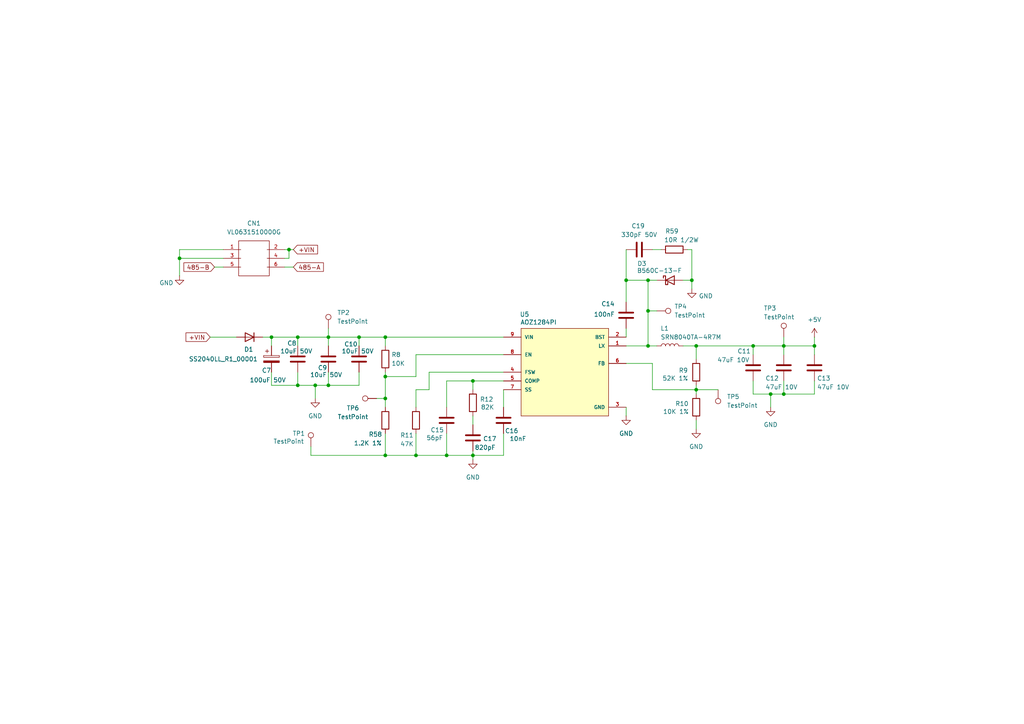
<source format=kicad_sch>
(kicad_sch (version 20231120) (generator "eeschema") (generator_version "8.0")
  (paper "A4")
  (title_block (title "Power supply"))
  (lib_symbols
    (symbol "Connector:TestPoint" (pin_numbers hide) (pin_names (offset 0.762) hide)
      (property "Reference" "TP" (at 0 6.858 0))
      (property "Value" "TestPoint" (at 0 5.08 0))
      (symbol "TestPoint_0_1"
        (circle (center 0 3.302) (radius 0.762))
      )
      (symbol "TestPoint_1_1"
        (pin passive line (at 0 0 90) (length 2.54) (name "1") (number "1"))
      )
    )
    (symbol "DMUtils:AOZ1284PI" (pin_names (offset 1.016))
      (property "Reference" "U" (at -12.7 12.7 0))
      (property "Value" "AOZ1284PI" (at -12.7 -15.24 0))
      (symbol "AOZ1284PI_0_0"
        (rectangle (start -12.7 12.7) (end 12.7 -12.7) (stroke (width 0.1524)) (fill (type background)))
        (pin output line (at 17.78 7.62 180) (length 5.08) (name "LX") (number "1"))
        (pin output line (at 17.78 10.16 180) (length 5.08) (name "BST") (number "2"))
        (pin power_in line (at 17.78 -10.16 180) (length 5.08) (name "GND") (number "3"))
        (pin passive line (at -17.78 0 0) (length 5.08) (name "FSW") (number "4"))
        (pin passive line (at -17.78 -2.54 0) (length 5.08) (name "COMP") (number "5"))
        (pin input line (at 17.78 2.54 180) (length 5.08) (name "FB") (number "6"))
        (pin passive line (at -17.78 -5.08 0) (length 5.08) (name "SS") (number "7"))
        (pin input line (at -17.78 5.08 0) (length 5.08) (name "EN") (number "8"))
        (pin input line (at -17.78 10.16 0) (length 5.08) (name "VIN") (number "9"))
      )
    )
    (symbol "DMUtils:VL0631510000G"
      (property "Reference" "U" (at 0 0 0))
      (property "Value" "VL0631510000G" (at 0 -5.842 0))
      (symbol "VL0631510000G_0_1"
        (rectangle (start -4.445 6.35) (end 4.445 -3.81))
      )
      (symbol "VL0631510000G_1_0"
        (pin passive line (at -8.89 3.81 0) (length 5.08) (name "~") (number "1"))
      )
      (symbol "VL0631510000G_1_1"
        (pin passive line (at 8.89 3.81 180) (length 5.08) (name "~") (number "2"))
        (pin passive line (at -8.89 1.27 0) (length 5.08) (name "~") (number "3"))
        (pin passive line (at 8.89 1.27 180) (length 5.08) (name "~") (number "4"))
        (pin passive line (at -8.89 -1.27 0) (length 5.08) (name "~") (number "5"))
        (pin passive line (at 8.89 -1.27 180) (length 5.08) (name "~") (number "6"))
      )
    )
    (symbol "Device:C" (pin_numbers hide) (pin_names (offset 0.254))
      (property "Reference" "C" (at 0.635 2.54 0))
      (property "Value" "C" (at 0.635 -2.54 0))
      (symbol "C_0_1"
        (polyline (pts (xy -2.032 -0.762) (xy 2.032 -0.762)) (stroke (width 0.508)))
        (polyline (pts (xy -2.032 0.762) (xy 2.032 0.762)) (stroke (width 0.508)))
      )
      (symbol "C_1_1"
        (pin passive line (at 0 3.81 270) (length 2.794) (name "~") (number "1"))
        (pin passive line (at 0 -3.81 90) (length 2.794) (name "~") (number "2"))
      )
    )
    (symbol "Device:C_Polarized" (pin_numbers hide) (pin_names (offset 0.254))
      (property "Reference" "C" (at 0.635 2.54 0))
      (property "Value" "C_Polarized" (at 0.635 -2.54 0))
      (symbol "C_Polarized_0_1"
        (rectangle (start -2.286 0.508) (end 2.286 1.016))
        (polyline (pts (xy -1.778 2.286) (xy -0.762 2.286)))
        (polyline (pts (xy -1.27 2.794) (xy -1.27 1.778)))
        (rectangle (start 2.286 -0.508) (end -2.286 -1.016) (fill (type outline)))
      )
      (symbol "C_Polarized_1_1"
        (pin passive line (at 0 3.81 270) (length 2.794) (name "~") (number "1"))
        (pin passive line (at 0 -3.81 90) (length 2.794) (name "~") (number "2"))
      )
    )
    (symbol "Device:D" (pin_numbers hide) (pin_names (offset 1.016) hide)
      (property "Reference" "D" (at 0 2.54 0))
      (property "Value" "D" (at 0 -2.54 0))
      (symbol "D_0_1"
        (polyline (pts (xy -1.27 1.27) (xy -1.27 -1.27)) (stroke (width 0.254)))
        (polyline (pts (xy 1.27 0) (xy -1.27 0)))
        (polyline (pts (xy 1.27 1.27) (xy 1.27 -1.27) (xy -1.27 0) (xy 1.27 1.27)) (stroke (width 0.254)))
      )
      (symbol "D_1_1"
        (pin passive line (at -3.81 0 0) (length 2.54) (name "K") (number "1"))
        (pin passive line (at 3.81 0 180) (length 2.54) (name "A") (number "2"))
      )
    )
    (symbol "Device:D_Schottky" (pin_numbers hide) (pin_names (offset 1.016) hide)
      (property "Reference" "D" (at 0 2.54 0))
      (property "Value" "D_Schottky" (at 0 -2.54 0))
      (symbol "D_Schottky_0_1"
        (polyline (pts (xy 1.27 0) (xy -1.27 0)))
        (polyline (pts (xy 1.27 1.27) (xy 1.27 -1.27) (xy -1.27 0) (xy 1.27 1.27)) (stroke (width 0.254)))
        (polyline (pts (xy -1.905 0.635) (xy -1.905 1.27) (xy -1.27 1.27) (xy -1.27 -1.27) (xy -0.635 -1.27) (xy -0.635 -0.635)) (stroke (width 0.254)))
      )
      (symbol "D_Schottky_1_1"
        (pin passive line (at -3.81 0 0) (length 2.54) (name "K") (number "1"))
        (pin passive line (at 3.81 0 180) (length 2.54) (name "A") (number "2"))
      )
    )
    (symbol "Device:L" (pin_numbers hide) (pin_names (offset 1.016) hide)
      (property "Reference" "L" (at -1.27 0 90))
      (property "Value" "L" (at 1.905 0 90))
      (symbol "L_0_1"
        (arc (start 0 -2.54) (mid 0.6323 -1.905) (end 0 -1.27))
        (arc (start 0 -1.27) (mid 0.6323 -0.635) (end 0 0))
        (arc (start 0 0) (mid 0.6323 0.635) (end 0 1.27))
        (arc (start 0 1.27) (mid 0.6323 1.905) (end 0 2.54))
      )
      (symbol "L_1_1"
        (pin passive line (at 0 3.81 270) (length 1.27) (name "1") (number "1"))
        (pin passive line (at 0 -3.81 90) (length 1.27) (name "2") (number "2"))
      )
    )
    (symbol "Device:R" (pin_numbers hide) (pin_names (offset 0))
      (property "Reference" "R" (at 2.032 0 90))
      (property "Value" "R" (at 0 0 90))
      (symbol "R_0_1"
        (rectangle (start -1.016 -2.54) (end 1.016 2.54) (stroke (width 0.254)))
      )
      (symbol "R_1_1"
        (pin passive line (at 0 3.81 270) (length 1.27) (name "~") (number "1"))
        (pin passive line (at 0 -3.81 90) (length 1.27) (name "~") (number "2"))
      )
    )
    (symbol "power:+5V" (power) (pin_numbers hide) (pin_names (offset 0) hide)
      (property "Value" "+5V" (at 0 3.556 0))
      (symbol "+5V_0_1"
        (polyline (pts (xy -0.762 1.27) (xy 0 2.54)))
        (polyline (pts (xy 0 0) (xy 0 2.54)))
        (polyline (pts (xy 0 2.54) (xy 0.762 1.27)))
      )
      (symbol "+5V_1_1"
        (pin power_in line (at 0 0 90) (length 0) (name "~") (number "1"))
      )
    )
    (symbol "power:GND" (power) (pin_numbers hide) (pin_names (offset 0) hide)
      (property "Value" "GND" (at 0 -3.81 0))
      (symbol "GND_0_1"
        (polyline (pts (xy 0 0) (xy 0 -1.27) (xy 1.27 -1.27) (xy 0 -2.54) (xy -1.27 -1.27) (xy 0 -1.27)))
      )
      (symbol "GND_1_1"
        (pin power_in line (at 0 0 270) (length 0) (name "~") (number "1"))
      )
    )
  )
  (junction (at 187.96 100.33))
  (junction (at 187.96 81.28))
  (junction (at 200.66 81.28))
  (junction (at 129.54 132.08))
  (junction (at 78.74 97.79))
  (junction (at 86.36 111.76))
  (junction (at 181.61 81.28))
  (junction (at 95.25 111.76))
  (junction (at 52.07 74.93))
  (junction (at 137.16 110.49))
  (junction (at 83.82 72.39))
  (junction (at 111.76 115.57))
  (junction (at 223.52 114.3))
  (junction (at 86.36 97.79))
  (junction (at 187.96 90.17))
  (junction (at 227.33 114.3))
  (junction (at 120.65 132.08))
  (junction (at 201.93 113.03))
  (junction (at 137.16 132.08))
  (junction (at 111.76 132.08))
  (junction (at 218.44 100.33))
  (junction (at 236.22 100.33))
  (junction (at 227.33 100.33))
  (junction (at 91.44 111.76))
  (junction (at 111.76 97.79))
  (junction (at 111.76 109.22))
  (junction (at 95.25 97.79))
  (junction (at 201.93 100.33))
  (junction (at 104.14 97.79))
  (wire (pts (xy 111.76 125.73) (xy 111.76 132.08)))
  (wire (pts (xy 52.07 74.93) (xy 64.77 74.93)))
  (wire (pts (xy 137.16 133.35) (xy 137.16 132.08)))
  (wire (pts (xy 187.96 90.17) (xy 187.96 100.33)))
  (wire (pts (xy 200.66 81.28) (xy 198.12 81.28)))
  (wire (pts (xy 146.05 107.95) (xy 124.46 107.95)))
  (wire (pts (xy 227.33 114.3) (xy 236.22 114.3)))
  (wire (pts (xy 86.36 97.79) (xy 95.25 97.79)))
  (wire (pts (xy 227.33 102.87) (xy 227.33 100.33)))
  (wire (pts (xy 111.76 115.57) (xy 111.76 118.11)))
  (wire (pts (xy 137.16 132.08) (xy 137.16 130.81)))
  (wire (pts (xy 76.2 97.79) (xy 78.74 97.79)))
  (wire (pts (xy 200.66 83.82) (xy 200.66 81.28)))
  (wire (pts (xy 91.44 111.76) (xy 95.25 111.76)))
  (wire (pts (xy 91.44 111.76) (xy 91.44 115.57)))
  (wire (pts (xy 86.36 107.95) (xy 86.36 111.76)))
  (wire (pts (xy 109.22 115.57) (xy 111.76 115.57)))
  (wire (pts (xy 86.36 111.76) (xy 78.74 111.76)))
  (wire (pts (xy 236.22 102.87) (xy 236.22 100.33)))
  (wire (pts (xy 120.65 132.08) (xy 129.54 132.08)))
  (wire (pts (xy 78.74 97.79) (xy 86.36 97.79)))
  (wire (pts (xy 78.74 100.33) (xy 78.74 97.79)))
  (wire (pts (xy 201.93 111.76) (xy 201.93 113.03)))
  (wire (pts (xy 95.25 97.79) (xy 104.14 97.79)))
  (wire (pts (xy 189.23 105.41) (xy 189.23 113.03)))
  (wire (pts (xy 198.12 100.33) (xy 201.93 100.33)))
  (wire (pts (xy 181.61 72.39) (xy 181.61 81.28)))
  (wire (pts (xy 124.46 107.95) (xy 124.46 113.03)))
  (wire (pts (xy 82.55 74.93) (xy 83.82 74.93)))
  (wire (pts (xy 187.96 90.17) (xy 190.5 90.17)))
  (wire (pts (xy 137.16 113.03) (xy 137.16 110.49)))
  (wire (pts (xy 137.16 110.49) (xy 129.54 110.49)))
  (wire (pts (xy 201.93 100.33) (xy 201.93 104.14)))
  (wire (pts (xy 181.61 81.28) (xy 187.96 81.28)))
  (wire (pts (xy 95.25 107.95) (xy 95.25 111.76)))
  (wire (pts (xy 124.46 113.03) (xy 120.65 113.03)))
  (wire (pts (xy 90.17 132.08) (xy 111.76 132.08)))
  (wire (pts (xy 236.22 100.33) (xy 227.33 100.33)))
  (wire (pts (xy 218.44 102.87) (xy 218.44 100.33)))
  (wire (pts (xy 218.44 110.49) (xy 218.44 114.3)))
  (wire (pts (xy 120.65 125.73) (xy 120.65 132.08)))
  (wire (pts (xy 223.52 114.3) (xy 227.33 114.3)))
  (wire (pts (xy 83.82 74.93) (xy 83.82 72.39)))
  (wire (pts (xy 181.61 105.41) (xy 189.23 105.41)))
  (wire (pts (xy 78.74 111.76) (xy 78.74 107.95)))
  (wire (pts (xy 227.33 97.79) (xy 227.33 100.33)))
  (wire (pts (xy 111.76 97.79) (xy 146.05 97.79)))
  (wire (pts (xy 52.07 74.93) (xy 52.07 80.01)))
  (wire (pts (xy 62.23 77.47) (xy 64.77 77.47)))
  (wire (pts (xy 111.76 109.22) (xy 120.65 109.22)))
  (wire (pts (xy 223.52 114.3) (xy 223.52 118.11)))
  (wire (pts (xy 86.36 97.79) (xy 86.36 100.33)))
  (wire (pts (xy 111.76 97.79) (xy 111.76 100.33)))
  (wire (pts (xy 181.61 120.65) (xy 181.61 118.11)))
  (wire (pts (xy 120.65 113.03) (xy 120.65 118.11)))
  (wire (pts (xy 60.96 97.79) (xy 68.58 97.79)))
  (wire (pts (xy 201.93 100.33) (xy 218.44 100.33)))
  (wire (pts (xy 218.44 100.33) (xy 227.33 100.33)))
  (wire (pts (xy 201.93 113.03) (xy 208.28 113.03)))
  (wire (pts (xy 95.25 111.76) (xy 104.14 111.76)))
  (wire (pts (xy 111.76 132.08) (xy 120.65 132.08)))
  (wire (pts (xy 181.61 95.25) (xy 181.61 97.79)))
  (wire (pts (xy 111.76 109.22) (xy 111.76 115.57)))
  (wire (pts (xy 95.25 95.25) (xy 95.25 97.79)))
  (wire (pts (xy 227.33 110.49) (xy 227.33 114.3)))
  (wire (pts (xy 83.82 72.39) (xy 82.55 72.39)))
  (wire (pts (xy 137.16 132.08) (xy 146.05 132.08)))
  (wire (pts (xy 90.17 129.54) (xy 90.17 132.08)))
  (wire (pts (xy 201.93 113.03) (xy 201.93 114.3)))
  (wire (pts (xy 120.65 109.22) (xy 120.65 102.87)))
  (wire (pts (xy 129.54 110.49) (xy 129.54 118.11)))
  (wire (pts (xy 85.09 77.47) (xy 82.55 77.47)))
  (wire (pts (xy 111.76 107.95) (xy 111.76 109.22)))
  (wire (pts (xy 200.66 72.39) (xy 200.66 81.28)))
  (wire (pts (xy 181.61 81.28) (xy 181.61 87.63)))
  (wire (pts (xy 146.05 132.08) (xy 146.05 125.73)))
  (wire (pts (xy 137.16 120.65) (xy 137.16 123.19)))
  (wire (pts (xy 187.96 100.33) (xy 190.5 100.33)))
  (wire (pts (xy 129.54 132.08) (xy 137.16 132.08)))
  (wire (pts (xy 189.23 72.39) (xy 191.77 72.39)))
  (wire (pts (xy 137.16 110.49) (xy 146.05 110.49)))
  (wire (pts (xy 187.96 81.28) (xy 190.5 81.28)))
  (wire (pts (xy 129.54 125.73) (xy 129.54 132.08)))
  (wire (pts (xy 199.39 72.39) (xy 200.66 72.39)))
  (wire (pts (xy 85.09 72.39) (xy 83.82 72.39)))
  (wire (pts (xy 236.22 114.3) (xy 236.22 110.49)))
  (wire (pts (xy 52.07 72.39) (xy 64.77 72.39)))
  (wire (pts (xy 236.22 97.79) (xy 236.22 100.33)))
  (wire (pts (xy 201.93 121.92) (xy 201.93 124.46)))
  (wire (pts (xy 104.14 111.76) (xy 104.14 107.95)))
  (wire (pts (xy 146.05 113.03) (xy 146.05 118.11)))
  (wire (pts (xy 104.14 97.79) (xy 111.76 97.79)))
  (wire (pts (xy 223.52 114.3) (xy 218.44 114.3)))
  (wire (pts (xy 181.61 100.33) (xy 187.96 100.33)))
  (wire (pts (xy 104.14 97.79) (xy 104.14 100.33)))
  (wire (pts (xy 189.23 113.03) (xy 201.93 113.03)))
  (wire (pts (xy 52.07 74.93) (xy 52.07 72.39)))
  (wire (pts (xy 95.25 97.79) (xy 95.25 100.33)))
  (wire (pts (xy 91.44 111.76) (xy 86.36 111.76)))
  (wire (pts (xy 187.96 81.28) (xy 187.96 90.17)))
  (wire (pts (xy 120.65 102.87) (xy 146.05 102.87)))
  (global_label "+VIN" (shape input) (at 85.09 72.39 0) (property "Intersheetrefs" "${INTERSHEET_REFS}" (effects (hide yes))))
  (global_label "485-A" (shape input) (at 85.09 77.47 0) (property "Intersheetrefs" "${INTERSHEET_REFS}" (effects (hide yes))))
  (global_label "+VIN" (shape input) (at 60.96 97.79 180) (property "Intersheetrefs" "${INTERSHEET_REFS}" (effects (hide yes))))
  (global_label "485-B" (shape input) (at 62.23 77.47 180) (property "Intersheetrefs" "${INTERSHEET_REFS}" (effects (hide yes))))
  (symbol (lib_id "power:GND") (at 201.93 124.46 0) (unit 1)
    (property "Reference" "#PWR039" (effects (hide yes)))
    (property "Value" "GND" (at 201.93 129.54 0))
    (property "Description" "Power symbol creates a global label with name \"GND\" , ground" (effects (hide yes)))
  )
  (symbol (lib_id "Device:R") (at 201.93 118.11 0) (unit 1)
    (property "Reference" "R10" (at 195.834 117.094 0) (effects (justify left)))
    (property "Value" "10K 1%" (at 192.278 119.38 0) (effects (justify left)))
    (property "Footprint" "Resistor_SMD:R_0805_2012Metric" (effects (hide yes)))
    (property "Description" "Resistor" (effects (hide yes)))
  )
  (symbol (lib_id "Device:C") (at 137.16 127 180) (unit 1)
    (property "Reference" "C17" (at 144.018 127.254 0) (effects (justify left)))
    (property "Value" "820pF" (at 143.764 129.794 0) (effects (justify left)))
    (property "Footprint" "Capacitor_SMD:C_0805_2012Metric" (effects (hide yes)))
    (property "Description" "Unpolarized capacitor" (effects (hide yes)))
  )
  (symbol (lib_id "Device:R") (at 137.16 116.84 0) (unit 1)
    (property "Reference" "R12" (at 139.192 115.824 0) (effects (justify left)))
    (property "Value" "82K" (at 139.446 118.11 0) (effects (justify left)))
    (property "Footprint" "Resistor_SMD:R_0805_2012Metric" (effects (hide yes)))
    (property "Description" "Resistor" (effects (hide yes)))
  )
  (symbol (lib_id "power:GND") (at 52.07 80.01 0) (unit 1)
    (property "Reference" "#PWR045" (effects (hide yes)))
    (property "Value" "GND" (at 48.26 82.042 0))
    (property "Description" "Power symbol creates a global label with name \"GND\" , ground" (effects (hide yes)))
  )
  (symbol (lib_id "Connector:TestPoint") (at 90.17 129.54 0) (unit 1)
    (property "Reference" "TP1" (at 84.836 125.73 0) (effects (justify left)))
    (property "Value" "TestPoint" (at 79.248 128.016 0) (effects (justify left)))
    (property "Footprint" "TestPoint:TestPoint_Pad_D1.0mm" (effects (hide yes)))
    (property "Description" "test point" (effects (hide yes)))
  )
  (symbol (lib_id "Device:C_Polarized") (at 78.74 104.14 0) (unit 1)
    (property "Reference" "C7" (at 75.946 107.442 0) (effects (justify left)))
    (property "Value" "100uF 50V" (at 72.39 110.236 0) (effects (justify left)))
    (property "Footprint" "Capacitor_SMD:CP_Elec_10x12.6" (effects (hide yes)))
    (property "Description" "HSC1HM101GARE00RS103" (effects (hide yes)))
  )
  (symbol (lib_id "Device:C") (at 95.25 104.14 0) (unit 1)
    (property "Reference" "C9" (at 92.202 106.68 0) (effects (justify left)))
    (property "Value" "10uF 50V" (at 89.916 108.712 0) (effects (justify left)))
    (property "Footprint" "Capacitor_SMD:C_1206_3216Metric_Pad1.33x1.80mm_HandSolder" (effects (hide yes)))
    (property "Description" "Unpolarized capacitor" (effects (hide yes)))
  )
  (symbol (lib_id "Connector:TestPoint") (at 208.28 113.03 180) (unit 1)
    (property "Reference" "TP5" (at 210.82 115.0619 0) (effects (justify right)))
    (property "Value" "TestPoint" (at 210.82 117.6019 0) (effects (justify right)))
    (property "Footprint" "TestPoint:TestPoint_Pad_D1.0mm" (effects (hide yes)))
    (property "Description" "test point" (effects (hide yes)))
  )
  (symbol (lib_id "Device:D") (at 72.39 97.79 180) (unit 1)
    (property "Reference" "D1" (at 72.136 101.346 0))
    (property "Value" "SS2040LL_R1_00001" (at 64.77 104.14 0))
    (property "Footprint" "Diode_SMD:D_SOD-123F" (effects (hide yes)))
    (property "Description" "Diode" (effects (hide yes)))
    (property "Sim.Device" "D" (effects (hide yes)))
    (property "Sim.Pins" "1=K 2=A" (effects (hide yes)))
  )
  (symbol (lib_id "Device:C") (at 227.33 106.68 0) (unit 1)
    (property "Reference" "C12" (at 221.996 109.728 0) (effects (justify left)))
    (property "Value" "47uF 10V" (at 221.996 112.268 0) (effects (justify left)))
    (property "Footprint" "Capacitor_SMD:C_1206_3216Metric_Pad1.33x1.80mm_HandSolder" (effects (hide yes)))
    (property "Description" "Unpolarized capacitor" (effects (hide yes)))
  )
  (symbol (lib_id "Device:R") (at 111.76 104.14 0) (unit 1)
    (property "Reference" "R8" (at 113.538 102.87 0) (effects (justify left)))
    (property "Value" "10K" (at 113.538 105.41 0) (effects (justify left)))
    (property "Footprint" "Resistor_SMD:R_0805_2012Metric" (effects (hide yes)))
    (property "Description" "Resistor" (effects (hide yes)))
  )
  (symbol (lib_id "Device:R") (at 195.58 72.39 90) (unit 1)
    (property "Reference" "R59" (at 196.85 67.056 90) (effects (justify left)))
    (property "Value" "10R 1/2W" (at 202.692 69.596 90) (effects (justify left)))
    (property "Footprint" "Resistor_SMD:R_0815_2038Metric_Pad1.20x4.05mm_HandSolder" (effects (hide yes)))
    (property "Description" "Resistor" (effects (hide yes)))
  )
  (symbol (lib_id "Device:C") (at 86.36 104.14 0) (unit 1)
    (property "Reference" "C8" (at 83.312 99.568 0) (effects (justify left)))
    (property "Value" "10uF 50V" (at 81.28 101.854 0) (effects (justify left)))
    (property "Footprint" "Capacitor_SMD:C_1206_3216Metric_Pad1.33x1.80mm_HandSolder" (effects (hide yes)))
    (property "Description" "Unpolarized capacitor" (effects (hide yes)))
  )
  (symbol (lib_id "DMUtils:AOZ1284PI") (at 163.83 107.95 0) (unit 1)
    (property "Reference" "U5" (at 152.146 91.186 0))
    (property "Value" "AOZ1284PI" (at 156.21 93.472 0))
    (property "Footprint" "DMUtils:AOZ1284PI" (effects (hide yes)))
  )
  (symbol (lib_id "Device:R") (at 111.76 121.92 0) (unit 1)
    (property "Reference" "R58" (at 106.934 125.984 0) (effects (justify left)))
    (property "Value" "1.2K 1%" (at 102.616 128.524 0) (effects (justify left)))
    (property "Footprint" "Resistor_SMD:R_0805_2012Metric" (effects (hide yes)))
    (property "Description" "Resistor" (effects (hide yes)))
  )
  (symbol (lib_id "Device:C") (at 181.61 91.44 180) (unit 1)
    (property "Reference" "C14" (at 178.308 88.138 0) (effects (justify left)))
    (property "Value" "100nF" (at 178.308 91.186 0) (effects (justify left)))
    (property "Footprint" "Capacitor_SMD:C_0805_2012Metric" (effects (hide yes)))
    (property "Description" "Unpolarized capacitor" (effects (hide yes)))
  )
  (symbol (lib_id "Connector:TestPoint") (at 190.5 90.17 270) (unit 1)
    (property "Reference" "TP4" (at 195.58 88.8999 90) (effects (justify left)))
    (property "Value" "TestPoint" (at 195.58 91.4399 90) (effects (justify left)))
    (property "Footprint" "TestPoint:TestPoint_Pad_D1.0mm" (effects (hide yes)))
    (property "Description" "test point" (effects (hide yes)))
  )
  (symbol (lib_id "power:GND") (at 181.61 120.65 0) (unit 1)
    (property "Reference" "#PWR032" (effects (hide yes)))
    (property "Value" "GND" (at 181.61 125.73 0))
    (property "Description" "Power symbol creates a global label with name \"GND\" , ground" (effects (hide yes)))
  )
  (symbol (lib_id "power:GND") (at 91.44 115.57 0) (unit 1)
    (property "Reference" "#PWR036" (effects (hide yes)))
    (property "Value" "GND" (at 91.44 120.65 0))
    (property "Description" "Power symbol creates a global label with name \"GND\" , ground" (effects (hide yes)))
  )
  (symbol (lib_id "Device:D_Schottky") (at 194.31 81.28 0) (unit 1)
    (property "Reference" "D3" (at 186.182 76.454 0))
    (property "Value" "B560C-13-F" (at 191.262 78.486 0))
    (property "Footprint" "Diode_SMD:D_SMC" (effects (hide yes)))
    (property "Description" "Schottky diode" (effects (hide yes)))
  )
  (symbol (lib_id "Device:C") (at 129.54 121.92 180) (unit 1)
    (property "Reference" "C15" (at 128.778 124.714 0) (effects (justify left)))
    (property "Value" "56pF" (at 128.524 127 0) (effects (justify left)))
    (property "Footprint" "Capacitor_SMD:C_0805_2012Metric" (effects (hide yes)))
    (property "Description" "Unpolarized capacitor" (effects (hide yes)))
  )
  (symbol (lib_id "Device:C") (at 236.22 106.68 0) (unit 1)
    (property "Reference" "C13" (at 236.982 109.728 0) (effects (justify left)))
    (property "Value" "47uF 10V" (at 236.982 112.268 0) (effects (justify left)))
    (property "Footprint" "Capacitor_SMD:C_1206_3216Metric_Pad1.33x1.80mm_HandSolder" (effects (hide yes)))
    (property "Description" "Unpolarized capacitor" (effects (hide yes)))
  )
  (symbol (lib_id "Device:C") (at 146.05 121.92 180) (unit 1)
    (property "Reference" "C16" (at 150.368 124.968 0) (effects (justify left)))
    (property "Value" "10nF" (at 152.654 127.254 0) (effects (justify left)))
    (property "Footprint" "Capacitor_SMD:C_0805_2012Metric" (effects (hide yes)))
    (property "Description" "Unpolarized capacitor" (effects (hide yes)))
  )
  (symbol (lib_id "DMUtils:VL0631510000G") (at 73.66 76.2 0) (unit 1)
    (property "Reference" "CN1" (at 73.66 64.77 0))
    (property "Value" "VL0631510000G" (at 73.66 67.31 0))
    (property "Footprint" "DMUtils:VL0631510000G" (effects (hide yes)))
  )
  (symbol (lib_id "Device:C") (at 185.42 72.39 270) (unit 1)
    (property "Reference" "C19" (at 183.134 65.532 90) (effects (justify left)))
    (property "Value" "330pF 50V" (at 180.086 68.072 90) (effects (justify left)))
    (property "Footprint" "Capacitor_SMD:C_0805_2012Metric" (effects (hide yes)))
    (property "Description" "Unpolarized capacitor" (effects (hide yes)))
  )
  (symbol (lib_id "power:GND") (at 223.52 118.11 0) (unit 1)
    (property "Reference" "#PWR038" (effects (hide yes)))
    (property "Value" "GND" (at 223.52 123.19 0))
    (property "Description" "Power symbol creates a global label with name \"GND\" , ground" (effects (hide yes)))
  )
  (symbol (lib_id "Connector:TestPoint") (at 95.25 95.25 0) (unit 1)
    (property "Reference" "TP2" (at 97.79 90.6779 0) (effects (justify left)))
    (property "Value" "TestPoint" (at 97.79 93.2179 0) (effects (justify left)))
    (property "Footprint" "TestPoint:TestPoint_Pad_D1.0mm" (effects (hide yes)))
    (property "Description" "test point" (effects (hide yes)))
  )
  (symbol (lib_id "Device:R") (at 120.65 121.92 0) (unit 1)
    (property "Reference" "R11" (at 116.078 126.238 0) (effects (justify left)))
    (property "Value" "47K" (at 116.078 128.778 0) (effects (justify left)))
    (property "Footprint" "Resistor_SMD:R_0805_2012Metric" (effects (hide yes)))
    (property "Description" "Resistor" (effects (hide yes)))
  )
  (symbol (lib_id "power:GND") (at 137.16 133.35 0) (unit 1)
    (property "Reference" "#PWR042" (effects (hide yes)))
    (property "Value" "GND" (at 137.16 138.43 0))
    (property "Description" "Power symbol creates a global label with name \"GND\" , ground" (effects (hide yes)))
  )
  (symbol (lib_id "power:+5V") (at 236.22 97.79 0) (unit 1)
    (property "Reference" "#PWR033" (effects (hide yes)))
    (property "Value" "+5V" (at 236.22 92.71 0))
    (property "Description" "Power symbol creates a global label with name \"+5V\"" (effects (hide yes)))
  )
  (symbol (lib_id "Device:R") (at 201.93 107.95 0) (unit 1)
    (property "Reference" "R9" (at 196.85 107.442 0) (effects (justify left)))
    (property "Value" "52K 1%" (at 199.644 109.728 0) (effects (justify right)))
    (property "Footprint" "Resistor_SMD:R_0805_2012Metric" (effects (hide yes)))
    (property "Description" "Resistor" (effects (hide yes)))
  )
  (symbol (lib_id "Device:L") (at 194.31 100.33 90) (unit 1)
    (property "Reference" "L1" (at 192.786 95.25 90))
    (property "Value" "SRN8040TA-4R7M" (at 200.406 97.79 90))
    (property "Footprint" "DMUtils:Bourns_SRN8040TA" (effects (hide yes)))
    (property "Description" "Inductor" (effects (hide yes)))
  )
  (symbol (lib_id "Connector:TestPoint") (at 109.22 115.57 90) (unit 1)
    (property "Reference" "TP6" (at 102.362 118.364 90))
    (property "Value" "TestPoint" (at 102.362 120.904 90))
    (property "Footprint" "TestPoint:TestPoint_Pad_D1.0mm" (effects (hide yes)))
    (property "Description" "test point" (effects (hide yes)))
  )
  (symbol (lib_id "power:GND") (at 200.66 83.82 0) (unit 1)
    (property "Reference" "#PWR043" (effects (hide yes)))
    (property "Value" "GND" (at 204.724 85.852 0))
    (property "Description" "Power symbol creates a global label with name \"GND\" , ground" (effects (hide yes)))
  )
  (symbol (lib_id "Connector:TestPoint") (at 227.33 97.79 0) (unit 1)
    (property "Reference" "TP3" (at 221.488 89.408 0) (effects (justify left)))
    (property "Value" "TestPoint" (at 221.488 91.948 0) (effects (justify left)))
    (property "Footprint" "TestPoint:TestPoint_Pad_D1.0mm" (effects (hide yes)))
    (property "Description" "test point" (effects (hide yes)))
  )
  (symbol (lib_id "Device:C") (at 104.14 104.14 0) (unit 1)
    (property "Reference" "C10" (at 99.822 99.822 0) (effects (justify left)))
    (property "Value" "10uF 50V" (at 99.06 101.854 0) (effects (justify left)))
    (property "Footprint" "Capacitor_SMD:C_1206_3216Metric_Pad1.33x1.80mm_HandSolder" (effects (hide yes)))
    (property "Description" "Unpolarized capacitor" (effects (hide yes)))
  )
  (symbol (lib_id "Device:C") (at 218.44 106.68 0) (unit 1)
    (property "Reference" "C11" (at 213.868 101.854 0) (effects (justify left)))
    (property "Value" "47uF 10V" (at 208.026 104.394 0) (effects (justify left)))
    (property "Footprint" "Capacitor_SMD:C_1206_3216Metric_Pad1.33x1.80mm_HandSolder" (effects (hide yes)))
    (property "Description" "Unpolarized capacitor" (effects (hide yes)))
  )
)
</source>
